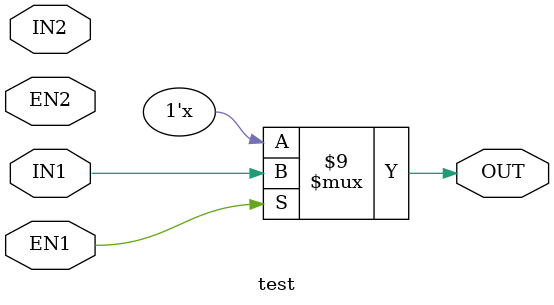
<source format=v>
module test(input IN1, IN2, EN1, EN2, output reg OUT);
always @(IN1 or IN2 or EN1 or EN2) begin
    if(EN1) begin
	    if(EN2)
		    OUT = IN2;
	    OUT = IN1;
	end		
end	
endmodule	

</source>
